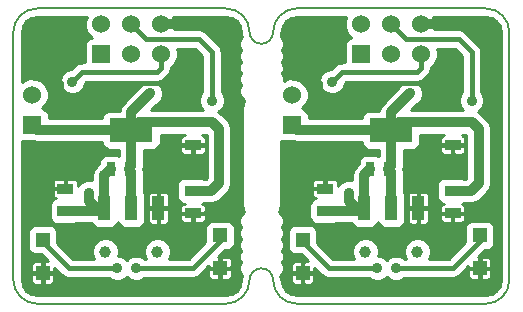
<source format=gbl>
G04 (created by PCBNEW (2012-nov-02)-testing) date Sun 20 Jan 2013 14:43:10 CET*
%MOIN*%
G04 Gerber Fmt 3.4, Leading zero omitted, Abs format*
%FSLAX34Y34*%
G01*
G70*
G90*
G04 APERTURE LIST*
%ADD10C,0.006*%
%ADD11C,0.00590551*%
%ADD12R,0.144X0.08*%
%ADD13R,0.04X0.08*%
%ADD14R,0.055X0.035*%
%ADD15R,0.06X0.06*%
%ADD16C,0.06*%
%ADD17C,0.0394*%
%ADD18R,0.0472441X0.0472441*%
%ADD19R,0.025X0.045*%
%ADD20C,0.035*%
%ADD21C,0.032*%
%ADD22C,0.015*%
%ADD23C,0.01*%
G04 APERTURE END LIST*
G54D10*
G54D11*
X48031Y-48425D02*
G75*
G03X47637Y-48031I-393J0D01*
G74*
G01*
X47637Y-48031D02*
G75*
G03X47244Y-48425I0J-393D01*
G74*
G01*
X47244Y-40157D02*
G75*
G03X47637Y-40551I393J0D01*
G74*
G01*
X47637Y-40551D02*
G75*
G03X48031Y-40157I0J393D01*
G74*
G01*
X39370Y-48425D02*
G75*
G03X40157Y-49212I787J0D01*
G74*
G01*
X46456Y-39370D02*
X40157Y-39370D01*
X40157Y-49212D02*
X46456Y-49212D01*
X39370Y-40157D02*
X39370Y-48425D01*
X46456Y-49212D02*
G75*
G03X47244Y-48425I0J787D01*
G74*
G01*
X47244Y-40157D02*
G75*
G03X46456Y-39370I-787J0D01*
G74*
G01*
X40157Y-39370D02*
G75*
G03X39370Y-40157I0J-787D01*
G74*
G01*
X48031Y-48425D02*
G75*
G03X48818Y-49212I787J0D01*
G74*
G01*
X55118Y-39370D02*
X48818Y-39370D01*
X55905Y-48425D02*
X55905Y-40157D01*
X48818Y-49212D02*
X55118Y-49212D01*
X55118Y-49212D02*
G75*
G03X55905Y-48425I0J787D01*
G74*
G01*
X55905Y-40157D02*
G75*
G03X55118Y-39370I-787J0D01*
G74*
G01*
X48818Y-39370D02*
G75*
G03X48031Y-40157I0J-787D01*
G74*
G01*
G54D12*
X43307Y-43424D03*
G54D13*
X43307Y-46024D03*
X42407Y-46024D03*
X44207Y-46024D03*
G54D14*
X41102Y-46123D03*
X41102Y-45373D03*
X45354Y-45451D03*
X45354Y-46201D03*
X45354Y-43168D03*
X45354Y-43918D03*
G54D15*
X42307Y-40893D03*
G54D16*
X42307Y-39893D03*
X43307Y-40893D03*
X43307Y-39893D03*
X44307Y-40893D03*
X44307Y-39893D03*
G54D15*
X40000Y-43255D03*
G54D16*
X40000Y-42255D03*
G54D17*
X44173Y-47480D03*
X42441Y-47480D03*
G54D18*
X40354Y-48188D03*
X40354Y-47086D03*
X46259Y-48031D03*
X46259Y-46929D03*
G54D19*
X42613Y-44724D03*
X43213Y-44724D03*
G54D12*
X51968Y-43424D03*
G54D13*
X51968Y-46024D03*
X51068Y-46024D03*
X52868Y-46024D03*
G54D14*
X49763Y-46123D03*
X49763Y-45373D03*
X54015Y-45451D03*
X54015Y-46201D03*
X54015Y-43168D03*
X54015Y-43918D03*
G54D15*
X50968Y-40893D03*
G54D16*
X50968Y-39893D03*
X51968Y-40893D03*
X51968Y-39893D03*
X52968Y-40893D03*
X52968Y-39893D03*
G54D15*
X48661Y-43255D03*
G54D16*
X48661Y-42255D03*
G54D17*
X52834Y-47480D03*
X51102Y-47480D03*
G54D18*
X49015Y-48188D03*
X49015Y-47086D03*
X54921Y-48031D03*
X54921Y-46929D03*
G54D19*
X51274Y-44724D03*
X51874Y-44724D03*
G54D20*
X41889Y-45511D03*
X50551Y-45511D03*
X45984Y-42440D03*
X54645Y-42440D03*
X41338Y-41811D03*
X50000Y-41811D03*
X45000Y-41653D03*
X39842Y-41259D03*
X41692Y-44251D03*
X40275Y-46220D03*
X46141Y-46259D03*
X40787Y-48622D03*
X45984Y-48622D03*
X53661Y-41653D03*
X48503Y-41259D03*
X50354Y-44251D03*
X48937Y-46220D03*
X54803Y-46259D03*
X49448Y-48622D03*
X54645Y-48622D03*
X42834Y-48031D03*
X51496Y-48031D03*
X43464Y-48031D03*
X52125Y-48031D03*
X43937Y-42204D03*
X52598Y-42204D03*
G54D21*
X41889Y-45511D02*
X41889Y-45787D01*
X42225Y-46123D02*
X42407Y-46024D01*
X41889Y-45787D02*
X42225Y-46123D01*
X41102Y-46123D02*
X42308Y-46123D01*
X42308Y-46123D02*
X42407Y-46024D01*
X42407Y-46024D02*
X42407Y-44930D01*
X42407Y-44930D02*
X42613Y-44724D01*
X50551Y-45511D02*
X50551Y-45787D01*
X50886Y-46123D02*
X51068Y-46024D01*
X50551Y-45787D02*
X50886Y-46123D01*
X49763Y-46123D02*
X50969Y-46123D01*
X50969Y-46123D02*
X51068Y-46024D01*
X51068Y-46024D02*
X51068Y-44930D01*
X51068Y-44930D02*
X51274Y-44724D01*
G54D22*
X43807Y-40393D02*
X43307Y-39893D01*
X45551Y-40393D02*
X43807Y-40393D01*
X45984Y-40826D02*
X45551Y-40393D01*
X45984Y-42440D02*
X45984Y-40826D01*
X52468Y-40393D02*
X51968Y-39893D01*
X54212Y-40393D02*
X52468Y-40393D01*
X54645Y-40826D02*
X54212Y-40393D01*
X54645Y-42440D02*
X54645Y-40826D01*
X44307Y-41362D02*
X44307Y-40893D01*
X44173Y-41496D02*
X44307Y-41362D01*
X41653Y-41496D02*
X44173Y-41496D01*
X41338Y-41811D02*
X41653Y-41496D01*
X52968Y-41362D02*
X52968Y-40893D01*
X52834Y-41496D02*
X52968Y-41362D01*
X50314Y-41496D02*
X52834Y-41496D01*
X50000Y-41811D02*
X50314Y-41496D01*
X44803Y-41850D02*
X45000Y-41653D01*
X43307Y-41850D02*
X44803Y-41850D01*
X42874Y-42283D02*
X43307Y-41850D01*
X41062Y-42283D02*
X42874Y-42283D01*
X40944Y-42165D02*
X41062Y-42283D01*
X40944Y-41850D02*
X40944Y-42165D01*
X40511Y-41417D02*
X40944Y-41850D01*
X40000Y-41417D02*
X40511Y-41417D01*
X39842Y-41259D02*
X40000Y-41417D01*
G54D21*
X44307Y-39893D02*
X44909Y-39893D01*
X44909Y-39893D02*
X44921Y-39881D01*
G54D22*
X53464Y-41850D02*
X53661Y-41653D01*
X51968Y-41850D02*
X53464Y-41850D01*
X51535Y-42283D02*
X51968Y-41850D01*
X49724Y-42283D02*
X51535Y-42283D01*
X49606Y-42165D02*
X49724Y-42283D01*
X49606Y-41850D02*
X49606Y-42165D01*
X49173Y-41417D02*
X49606Y-41850D01*
X48661Y-41417D02*
X49173Y-41417D01*
X48503Y-41259D02*
X48661Y-41417D01*
G54D21*
X52968Y-39893D02*
X53570Y-39893D01*
X53570Y-39893D02*
X53582Y-39881D01*
G54D22*
X40354Y-47086D02*
X40354Y-47165D01*
X41220Y-48031D02*
X42834Y-48031D01*
X40354Y-47165D02*
X41220Y-48031D01*
X49015Y-47086D02*
X49015Y-47165D01*
X49881Y-48031D02*
X51496Y-48031D01*
X49015Y-47165D02*
X49881Y-48031D01*
X46259Y-46929D02*
X46259Y-47125D01*
X45354Y-48031D02*
X43464Y-48031D01*
X46259Y-47125D02*
X45354Y-48031D01*
X54921Y-46929D02*
X54921Y-47125D01*
X54015Y-48031D02*
X52125Y-48031D01*
X54921Y-47125D02*
X54015Y-48031D01*
G54D21*
X43307Y-42834D02*
X43937Y-42204D01*
X43307Y-42834D02*
X43307Y-43424D01*
X45354Y-43168D02*
X46002Y-43168D01*
X45965Y-45451D02*
X45354Y-45451D01*
X46220Y-45196D02*
X45965Y-45451D01*
X46220Y-43385D02*
X46220Y-45196D01*
X46002Y-43168D02*
X46220Y-43385D01*
X45354Y-43168D02*
X43563Y-43168D01*
X43563Y-43168D02*
X43307Y-43424D01*
X43307Y-43424D02*
X40168Y-43424D01*
X40168Y-43424D02*
X40000Y-43255D01*
X43307Y-43424D02*
X43307Y-44630D01*
X43307Y-44630D02*
X43213Y-44724D01*
X43307Y-46024D02*
X43307Y-44818D01*
X43307Y-44818D02*
X43213Y-44724D01*
X51968Y-42834D02*
X52598Y-42204D01*
X51968Y-42834D02*
X51968Y-43424D01*
X54015Y-43168D02*
X54664Y-43168D01*
X54626Y-45451D02*
X54015Y-45451D01*
X54881Y-45196D02*
X54626Y-45451D01*
X54881Y-43385D02*
X54881Y-45196D01*
X54664Y-43168D02*
X54881Y-43385D01*
X54015Y-43168D02*
X52224Y-43168D01*
X52224Y-43168D02*
X51968Y-43424D01*
X51968Y-43424D02*
X48829Y-43424D01*
X48829Y-43424D02*
X48661Y-43255D01*
X51968Y-43424D02*
X51968Y-44630D01*
X51968Y-44630D02*
X51874Y-44724D01*
X51968Y-46024D02*
X51968Y-44818D01*
X51968Y-44818D02*
X51874Y-44724D01*
G54D10*
G36*
X43752Y-41821D02*
X43696Y-41844D01*
X43576Y-41963D01*
X43561Y-42000D01*
X43017Y-42544D01*
X42928Y-42677D01*
X42909Y-42774D01*
X42537Y-42774D01*
X42445Y-42812D01*
X42375Y-42882D01*
X42337Y-42974D01*
X42337Y-43014D01*
X40550Y-43014D01*
X40550Y-42906D01*
X40512Y-42814D01*
X40441Y-42744D01*
X40349Y-42705D01*
X40327Y-42705D01*
X40465Y-42567D01*
X40549Y-42365D01*
X40550Y-42146D01*
X40466Y-41944D01*
X40311Y-41789D01*
X40109Y-41706D01*
X39891Y-41705D01*
X39688Y-41789D01*
X39649Y-41828D01*
X39649Y-40185D01*
X39693Y-39964D01*
X39801Y-39802D01*
X39965Y-39693D01*
X40183Y-39649D01*
X41812Y-39649D01*
X41757Y-39783D01*
X41756Y-40002D01*
X41840Y-40204D01*
X41979Y-40343D01*
X41957Y-40343D01*
X41865Y-40381D01*
X41795Y-40451D01*
X41757Y-40543D01*
X41757Y-40643D01*
X41757Y-41171D01*
X41653Y-41171D01*
X41653Y-41171D01*
X41628Y-41175D01*
X41529Y-41195D01*
X41423Y-41266D01*
X41423Y-41266D01*
X41303Y-41385D01*
X41254Y-41385D01*
X41098Y-41450D01*
X40978Y-41569D01*
X40913Y-41726D01*
X40913Y-41895D01*
X40978Y-42051D01*
X41097Y-42171D01*
X41253Y-42235D01*
X41422Y-42236D01*
X41579Y-42171D01*
X41698Y-42052D01*
X41763Y-41895D01*
X41763Y-41845D01*
X41788Y-41821D01*
X43752Y-41821D01*
X43752Y-41821D01*
G37*
G54D23*
X43752Y-41821D02*
X43696Y-41844D01*
X43576Y-41963D01*
X43561Y-42000D01*
X43017Y-42544D01*
X42928Y-42677D01*
X42909Y-42774D01*
X42537Y-42774D01*
X42445Y-42812D01*
X42375Y-42882D01*
X42337Y-42974D01*
X42337Y-43014D01*
X40550Y-43014D01*
X40550Y-42906D01*
X40512Y-42814D01*
X40441Y-42744D01*
X40349Y-42705D01*
X40327Y-42705D01*
X40465Y-42567D01*
X40549Y-42365D01*
X40550Y-42146D01*
X40466Y-41944D01*
X40311Y-41789D01*
X40109Y-41706D01*
X39891Y-41705D01*
X39688Y-41789D01*
X39649Y-41828D01*
X39649Y-40185D01*
X39693Y-39964D01*
X39801Y-39802D01*
X39965Y-39693D01*
X40183Y-39649D01*
X41812Y-39649D01*
X41757Y-39783D01*
X41756Y-40002D01*
X41840Y-40204D01*
X41979Y-40343D01*
X41957Y-40343D01*
X41865Y-40381D01*
X41795Y-40451D01*
X41757Y-40543D01*
X41757Y-40643D01*
X41757Y-41171D01*
X41653Y-41171D01*
X41653Y-41171D01*
X41628Y-41175D01*
X41529Y-41195D01*
X41423Y-41266D01*
X41423Y-41266D01*
X41303Y-41385D01*
X41254Y-41385D01*
X41098Y-41450D01*
X40978Y-41569D01*
X40913Y-41726D01*
X40913Y-41895D01*
X40978Y-42051D01*
X41097Y-42171D01*
X41253Y-42235D01*
X41422Y-42236D01*
X41579Y-42171D01*
X41698Y-42052D01*
X41763Y-41895D01*
X41763Y-41845D01*
X41788Y-41821D01*
X43752Y-41821D01*
G54D10*
G36*
X44342Y-39893D02*
X44307Y-39929D01*
X44271Y-39893D01*
X44307Y-39858D01*
X44342Y-39893D01*
X44342Y-39893D01*
G37*
G54D23*
X44342Y-39893D02*
X44307Y-39929D01*
X44271Y-39893D01*
X44307Y-39858D01*
X44342Y-39893D01*
G54D10*
G36*
X45690Y-42747D02*
X45679Y-42743D01*
X45579Y-42743D01*
X45029Y-42743D01*
X44993Y-42758D01*
X43963Y-42758D01*
X44141Y-42580D01*
X44177Y-42565D01*
X44297Y-42445D01*
X44361Y-42289D01*
X44362Y-42120D01*
X44297Y-41964D01*
X44178Y-41844D01*
X44121Y-41821D01*
X44173Y-41821D01*
X44297Y-41796D01*
X44297Y-41796D01*
X44403Y-41725D01*
X44536Y-41592D01*
X44536Y-41592D01*
X44536Y-41592D01*
X44607Y-41486D01*
X44607Y-41486D01*
X44632Y-41362D01*
X44632Y-41346D01*
X44773Y-41205D01*
X44856Y-41003D01*
X44857Y-40784D01*
X44829Y-40718D01*
X45416Y-40718D01*
X45659Y-40961D01*
X45659Y-42164D01*
X45624Y-42199D01*
X45559Y-42356D01*
X45559Y-42525D01*
X45623Y-42681D01*
X45690Y-42747D01*
X45690Y-42747D01*
G37*
G54D23*
X45690Y-42747D02*
X45679Y-42743D01*
X45579Y-42743D01*
X45029Y-42743D01*
X44993Y-42758D01*
X43963Y-42758D01*
X44141Y-42580D01*
X44177Y-42565D01*
X44297Y-42445D01*
X44361Y-42289D01*
X44362Y-42120D01*
X44297Y-41964D01*
X44178Y-41844D01*
X44121Y-41821D01*
X44173Y-41821D01*
X44297Y-41796D01*
X44297Y-41796D01*
X44403Y-41725D01*
X44536Y-41592D01*
X44536Y-41592D01*
X44536Y-41592D01*
X44607Y-41486D01*
X44607Y-41486D01*
X44632Y-41362D01*
X44632Y-41346D01*
X44773Y-41205D01*
X44856Y-41003D01*
X44857Y-40784D01*
X44829Y-40718D01*
X45416Y-40718D01*
X45659Y-40961D01*
X45659Y-42164D01*
X45624Y-42199D01*
X45559Y-42356D01*
X45559Y-42525D01*
X45623Y-42681D01*
X45690Y-42747D01*
G54D10*
G36*
X47046Y-46161D02*
X46948Y-46259D01*
X46895Y-46387D01*
X46895Y-46525D01*
X46948Y-46653D01*
X46895Y-46780D01*
X46895Y-46919D01*
X46948Y-47047D01*
X46895Y-47174D01*
X46895Y-47313D01*
X46948Y-47441D01*
X46895Y-47568D01*
X46895Y-47706D01*
X46948Y-47834D01*
X46895Y-47961D01*
X46895Y-48100D01*
X46948Y-48228D01*
X47005Y-48285D01*
X46970Y-48370D01*
X46921Y-48616D01*
X46811Y-48780D01*
X46746Y-48824D01*
X46746Y-47115D01*
X46746Y-46643D01*
X46708Y-46551D01*
X46637Y-46481D01*
X46546Y-46442D01*
X46446Y-46442D01*
X45974Y-46442D01*
X45882Y-46480D01*
X45811Y-46551D01*
X45779Y-46629D01*
X45779Y-46406D01*
X45779Y-46264D01*
X45741Y-46226D01*
X45379Y-46226D01*
X45379Y-46489D01*
X45416Y-46526D01*
X45599Y-46526D01*
X45659Y-46526D01*
X45714Y-46503D01*
X45756Y-46461D01*
X45779Y-46406D01*
X45779Y-46629D01*
X45773Y-46642D01*
X45773Y-46742D01*
X45773Y-47152D01*
X45329Y-47596D01*
X45329Y-46489D01*
X45329Y-46226D01*
X44966Y-46226D01*
X44929Y-46264D01*
X44929Y-46406D01*
X44952Y-46461D01*
X44994Y-46503D01*
X45049Y-46526D01*
X45109Y-46526D01*
X45291Y-46526D01*
X45329Y-46489D01*
X45329Y-47596D01*
X45219Y-47706D01*
X44563Y-47706D01*
X44620Y-47569D01*
X44620Y-47391D01*
X44557Y-47239D01*
X44557Y-46394D01*
X44557Y-45654D01*
X44557Y-45594D01*
X44534Y-45539D01*
X44491Y-45497D01*
X44436Y-45474D01*
X44269Y-45474D01*
X44232Y-45511D01*
X44232Y-45999D01*
X44519Y-45999D01*
X44557Y-45961D01*
X44557Y-45654D01*
X44557Y-46394D01*
X44557Y-46086D01*
X44519Y-46049D01*
X44232Y-46049D01*
X44232Y-46536D01*
X44269Y-46574D01*
X44436Y-46574D01*
X44491Y-46551D01*
X44534Y-46509D01*
X44557Y-46454D01*
X44557Y-46394D01*
X44557Y-47239D01*
X44552Y-47227D01*
X44426Y-47101D01*
X44262Y-47033D01*
X44182Y-47033D01*
X44182Y-46536D01*
X44182Y-46049D01*
X44182Y-45999D01*
X44182Y-45511D01*
X44144Y-45474D01*
X43977Y-45474D01*
X43922Y-45497D01*
X43879Y-45539D01*
X43857Y-45594D01*
X43857Y-45654D01*
X43857Y-45961D01*
X43894Y-45999D01*
X44182Y-45999D01*
X44182Y-46049D01*
X43894Y-46049D01*
X43857Y-46086D01*
X43857Y-46394D01*
X43857Y-46454D01*
X43879Y-46509D01*
X43922Y-46551D01*
X43977Y-46574D01*
X44144Y-46574D01*
X44182Y-46536D01*
X44182Y-47033D01*
X44084Y-47033D01*
X43920Y-47101D01*
X43794Y-47226D01*
X43726Y-47391D01*
X43726Y-47568D01*
X43782Y-47706D01*
X43740Y-47706D01*
X43705Y-47671D01*
X43549Y-47606D01*
X43380Y-47606D01*
X43224Y-47670D01*
X43149Y-47745D01*
X43075Y-47671D01*
X42919Y-47606D01*
X42872Y-47606D01*
X42888Y-47569D01*
X42888Y-47391D01*
X42820Y-47227D01*
X42694Y-47101D01*
X42530Y-47033D01*
X42352Y-47033D01*
X42188Y-47101D01*
X42062Y-47226D01*
X41994Y-47391D01*
X41994Y-47568D01*
X42050Y-47706D01*
X41355Y-47706D01*
X40840Y-47191D01*
X40840Y-46800D01*
X40802Y-46708D01*
X40732Y-46638D01*
X40640Y-46600D01*
X40541Y-46600D01*
X40068Y-46600D01*
X39976Y-46638D01*
X39906Y-46708D01*
X39868Y-46800D01*
X39868Y-46899D01*
X39868Y-47372D01*
X39906Y-47464D01*
X39976Y-47534D01*
X40068Y-47572D01*
X40167Y-47572D01*
X40302Y-47572D01*
X40532Y-47802D01*
X40416Y-47802D01*
X40379Y-47840D01*
X40379Y-48163D01*
X40703Y-48163D01*
X40740Y-48126D01*
X40740Y-48011D01*
X40990Y-48261D01*
X40990Y-48261D01*
X41096Y-48331D01*
X41096Y-48331D01*
X41195Y-48351D01*
X41220Y-48356D01*
X41220Y-48356D01*
X41220Y-48356D01*
X42558Y-48356D01*
X42593Y-48391D01*
X42749Y-48456D01*
X42918Y-48456D01*
X43075Y-48392D01*
X43149Y-48317D01*
X43223Y-48391D01*
X43379Y-48456D01*
X43548Y-48456D01*
X43704Y-48392D01*
X43740Y-48356D01*
X45354Y-48356D01*
X45478Y-48331D01*
X45478Y-48331D01*
X45584Y-48261D01*
X45875Y-47970D01*
X45911Y-48006D01*
X46234Y-48006D01*
X46234Y-47682D01*
X46198Y-47646D01*
X46430Y-47415D01*
X46545Y-47415D01*
X46637Y-47377D01*
X46707Y-47307D01*
X46746Y-47215D01*
X46746Y-47115D01*
X46746Y-48824D01*
X46649Y-48889D01*
X46646Y-48889D01*
X46646Y-48297D01*
X46646Y-47765D01*
X46623Y-47710D01*
X46581Y-47668D01*
X46526Y-47645D01*
X46466Y-47645D01*
X46322Y-47645D01*
X46284Y-47682D01*
X46284Y-48006D01*
X46608Y-48006D01*
X46646Y-47968D01*
X46646Y-47765D01*
X46646Y-48297D01*
X46646Y-48093D01*
X46608Y-48056D01*
X46284Y-48056D01*
X46284Y-48380D01*
X46322Y-48417D01*
X46466Y-48417D01*
X46526Y-48417D01*
X46581Y-48394D01*
X46623Y-48352D01*
X46646Y-48297D01*
X46646Y-48889D01*
X46429Y-48933D01*
X46234Y-48933D01*
X46234Y-48380D01*
X46234Y-48056D01*
X45911Y-48056D01*
X45873Y-48093D01*
X45873Y-48297D01*
X45896Y-48352D01*
X45938Y-48394D01*
X45993Y-48417D01*
X46053Y-48417D01*
X46197Y-48417D01*
X46234Y-48380D01*
X46234Y-48933D01*
X40740Y-48933D01*
X40740Y-48454D01*
X40740Y-48251D01*
X40703Y-48213D01*
X40379Y-48213D01*
X40379Y-48537D01*
X40416Y-48575D01*
X40560Y-48575D01*
X40620Y-48575D01*
X40675Y-48552D01*
X40717Y-48510D01*
X40740Y-48454D01*
X40740Y-48933D01*
X40329Y-48933D01*
X40329Y-48537D01*
X40329Y-48213D01*
X40329Y-48163D01*
X40329Y-47840D01*
X40291Y-47802D01*
X40147Y-47802D01*
X40088Y-47802D01*
X40033Y-47825D01*
X39990Y-47867D01*
X39968Y-47923D01*
X39968Y-48126D01*
X40005Y-48163D01*
X40329Y-48163D01*
X40329Y-48213D01*
X40005Y-48213D01*
X39968Y-48251D01*
X39968Y-48454D01*
X39990Y-48510D01*
X40033Y-48552D01*
X40088Y-48575D01*
X40147Y-48575D01*
X40291Y-48575D01*
X40329Y-48537D01*
X40329Y-48933D01*
X40183Y-48933D01*
X39965Y-48889D01*
X39801Y-48780D01*
X39693Y-48618D01*
X39649Y-48397D01*
X39649Y-43805D01*
X39650Y-43805D01*
X39749Y-43805D01*
X40025Y-43805D01*
X40025Y-43805D01*
X40168Y-43834D01*
X42337Y-43834D01*
X42337Y-43873D01*
X42375Y-43965D01*
X42445Y-44036D01*
X42537Y-44074D01*
X42636Y-44074D01*
X42897Y-44074D01*
X42897Y-44304D01*
X42880Y-44287D01*
X42788Y-44249D01*
X42688Y-44249D01*
X42438Y-44249D01*
X42346Y-44287D01*
X42276Y-44357D01*
X42238Y-44449D01*
X42238Y-44519D01*
X42117Y-44640D01*
X42028Y-44773D01*
X41997Y-44930D01*
X41997Y-45096D01*
X41974Y-45086D01*
X41805Y-45086D01*
X41649Y-45151D01*
X41529Y-45270D01*
X41527Y-45276D01*
X41527Y-45168D01*
X41504Y-45113D01*
X41462Y-45070D01*
X41407Y-45048D01*
X41347Y-45048D01*
X41164Y-45048D01*
X41127Y-45085D01*
X41127Y-45298D01*
X41127Y-45348D01*
X41127Y-45398D01*
X41077Y-45398D01*
X41077Y-45348D01*
X41077Y-45085D01*
X41039Y-45048D01*
X40857Y-45048D01*
X40797Y-45048D01*
X40742Y-45070D01*
X40700Y-45113D01*
X40677Y-45168D01*
X40677Y-45310D01*
X40714Y-45348D01*
X41077Y-45348D01*
X41077Y-45398D01*
X41027Y-45398D01*
X40714Y-45398D01*
X40677Y-45435D01*
X40677Y-45577D01*
X40700Y-45632D01*
X40742Y-45675D01*
X40797Y-45697D01*
X40777Y-45697D01*
X40685Y-45735D01*
X40615Y-45806D01*
X40577Y-45898D01*
X40577Y-45997D01*
X40577Y-46347D01*
X40615Y-46439D01*
X40685Y-46509D01*
X40777Y-46547D01*
X40876Y-46548D01*
X41426Y-46548D01*
X41463Y-46533D01*
X41981Y-46533D01*
X41995Y-46565D01*
X42065Y-46636D01*
X42157Y-46674D01*
X42256Y-46674D01*
X42656Y-46674D01*
X42748Y-46636D01*
X42818Y-46566D01*
X42857Y-46474D01*
X42857Y-46473D01*
X42857Y-46473D01*
X42895Y-46565D01*
X42965Y-46636D01*
X43057Y-46674D01*
X43156Y-46674D01*
X43556Y-46674D01*
X43648Y-46636D01*
X43718Y-46566D01*
X43757Y-46474D01*
X43757Y-46374D01*
X43757Y-45574D01*
X43719Y-45482D01*
X43717Y-45480D01*
X43717Y-44818D01*
X43717Y-44818D01*
X43698Y-44724D01*
X43698Y-44724D01*
X43717Y-44630D01*
X43717Y-44630D01*
X43717Y-44074D01*
X44076Y-44074D01*
X44168Y-44036D01*
X44238Y-43966D01*
X44277Y-43874D01*
X44277Y-43774D01*
X44277Y-43578D01*
X44993Y-43578D01*
X45029Y-43593D01*
X45079Y-43593D01*
X45049Y-43593D01*
X44994Y-43616D01*
X44952Y-43658D01*
X44929Y-43713D01*
X44929Y-43855D01*
X44966Y-43893D01*
X45279Y-43893D01*
X45329Y-43893D01*
X45379Y-43893D01*
X45429Y-43893D01*
X45741Y-43893D01*
X45779Y-43855D01*
X45779Y-43713D01*
X45756Y-43658D01*
X45714Y-43616D01*
X45659Y-43593D01*
X45678Y-43593D01*
X45715Y-43578D01*
X45810Y-43578D01*
X45810Y-45027D01*
X45795Y-45041D01*
X45779Y-45041D01*
X45779Y-44123D01*
X45779Y-43980D01*
X45741Y-43943D01*
X45379Y-43943D01*
X45379Y-44205D01*
X45416Y-44243D01*
X45599Y-44243D01*
X45659Y-44243D01*
X45714Y-44220D01*
X45756Y-44178D01*
X45779Y-44123D01*
X45779Y-45041D01*
X45715Y-45041D01*
X45679Y-45026D01*
X45579Y-45026D01*
X45329Y-45026D01*
X45329Y-44205D01*
X45329Y-43943D01*
X44966Y-43943D01*
X44929Y-43980D01*
X44929Y-44123D01*
X44952Y-44178D01*
X44994Y-44220D01*
X45049Y-44243D01*
X45109Y-44243D01*
X45291Y-44243D01*
X45329Y-44205D01*
X45329Y-45026D01*
X45029Y-45026D01*
X44937Y-45064D01*
X44867Y-45134D01*
X44829Y-45226D01*
X44829Y-45326D01*
X44829Y-45676D01*
X44867Y-45768D01*
X44937Y-45838D01*
X45029Y-45876D01*
X45079Y-45876D01*
X45049Y-45876D01*
X44994Y-45899D01*
X44952Y-45941D01*
X44929Y-45997D01*
X44929Y-46139D01*
X44966Y-46176D01*
X45279Y-46176D01*
X45329Y-46176D01*
X45379Y-46176D01*
X45429Y-46176D01*
X45741Y-46176D01*
X45779Y-46139D01*
X45779Y-45997D01*
X45756Y-45941D01*
X45714Y-45899D01*
X45659Y-45876D01*
X45678Y-45876D01*
X45715Y-45861D01*
X45965Y-45861D01*
X46122Y-45830D01*
X46122Y-45830D01*
X46255Y-45741D01*
X46510Y-45486D01*
X46599Y-45353D01*
X46599Y-45353D01*
X46630Y-45196D01*
X46630Y-43385D01*
X46630Y-43385D01*
X46599Y-43228D01*
X46510Y-43095D01*
X46510Y-43095D01*
X46292Y-42878D01*
X46195Y-42813D01*
X46224Y-42801D01*
X46344Y-42682D01*
X46409Y-42525D01*
X46409Y-42356D01*
X46344Y-42200D01*
X46309Y-42164D01*
X46309Y-40826D01*
X46309Y-40826D01*
X46309Y-40826D01*
X46304Y-40802D01*
X46284Y-40702D01*
X46284Y-40702D01*
X46214Y-40596D01*
X46214Y-40596D01*
X45780Y-40163D01*
X45675Y-40093D01*
X45551Y-40068D01*
X44721Y-40068D01*
X44758Y-39976D01*
X44755Y-39797D01*
X44694Y-39649D01*
X46429Y-39649D01*
X46649Y-39693D01*
X46811Y-39801D01*
X46921Y-39965D01*
X46969Y-40210D01*
X46969Y-40211D01*
X46989Y-40312D01*
X46948Y-40353D01*
X46895Y-40481D01*
X46895Y-40620D01*
X46948Y-40748D01*
X46895Y-40875D01*
X46895Y-41013D01*
X46948Y-41141D01*
X46895Y-41268D01*
X46895Y-41407D01*
X46948Y-41535D01*
X46895Y-41662D01*
X46895Y-41801D01*
X46948Y-41929D01*
X46895Y-42056D01*
X46895Y-42194D01*
X46948Y-42323D01*
X47046Y-42421D01*
X47046Y-42421D01*
X47043Y-42426D01*
X46994Y-42673D01*
X46994Y-45909D01*
X47043Y-46155D01*
X47046Y-46161D01*
X47046Y-46161D01*
G37*
G54D23*
X47046Y-46161D02*
X46948Y-46259D01*
X46895Y-46387D01*
X46895Y-46525D01*
X46948Y-46653D01*
X46895Y-46780D01*
X46895Y-46919D01*
X46948Y-47047D01*
X46895Y-47174D01*
X46895Y-47313D01*
X46948Y-47441D01*
X46895Y-47568D01*
X46895Y-47706D01*
X46948Y-47834D01*
X46895Y-47961D01*
X46895Y-48100D01*
X46948Y-48228D01*
X47005Y-48285D01*
X46970Y-48370D01*
X46921Y-48616D01*
X46811Y-48780D01*
X46746Y-48824D01*
X46746Y-47115D01*
X46746Y-46643D01*
X46708Y-46551D01*
X46637Y-46481D01*
X46546Y-46442D01*
X46446Y-46442D01*
X45974Y-46442D01*
X45882Y-46480D01*
X45811Y-46551D01*
X45779Y-46629D01*
X45779Y-46406D01*
X45779Y-46264D01*
X45741Y-46226D01*
X45379Y-46226D01*
X45379Y-46489D01*
X45416Y-46526D01*
X45599Y-46526D01*
X45659Y-46526D01*
X45714Y-46503D01*
X45756Y-46461D01*
X45779Y-46406D01*
X45779Y-46629D01*
X45773Y-46642D01*
X45773Y-46742D01*
X45773Y-47152D01*
X45329Y-47596D01*
X45329Y-46489D01*
X45329Y-46226D01*
X44966Y-46226D01*
X44929Y-46264D01*
X44929Y-46406D01*
X44952Y-46461D01*
X44994Y-46503D01*
X45049Y-46526D01*
X45109Y-46526D01*
X45291Y-46526D01*
X45329Y-46489D01*
X45329Y-47596D01*
X45219Y-47706D01*
X44563Y-47706D01*
X44620Y-47569D01*
X44620Y-47391D01*
X44557Y-47239D01*
X44557Y-46394D01*
X44557Y-45654D01*
X44557Y-45594D01*
X44534Y-45539D01*
X44491Y-45497D01*
X44436Y-45474D01*
X44269Y-45474D01*
X44232Y-45511D01*
X44232Y-45999D01*
X44519Y-45999D01*
X44557Y-45961D01*
X44557Y-45654D01*
X44557Y-46394D01*
X44557Y-46086D01*
X44519Y-46049D01*
X44232Y-46049D01*
X44232Y-46536D01*
X44269Y-46574D01*
X44436Y-46574D01*
X44491Y-46551D01*
X44534Y-46509D01*
X44557Y-46454D01*
X44557Y-46394D01*
X44557Y-47239D01*
X44552Y-47227D01*
X44426Y-47101D01*
X44262Y-47033D01*
X44182Y-47033D01*
X44182Y-46536D01*
X44182Y-46049D01*
X44182Y-45999D01*
X44182Y-45511D01*
X44144Y-45474D01*
X43977Y-45474D01*
X43922Y-45497D01*
X43879Y-45539D01*
X43857Y-45594D01*
X43857Y-45654D01*
X43857Y-45961D01*
X43894Y-45999D01*
X44182Y-45999D01*
X44182Y-46049D01*
X43894Y-46049D01*
X43857Y-46086D01*
X43857Y-46394D01*
X43857Y-46454D01*
X43879Y-46509D01*
X43922Y-46551D01*
X43977Y-46574D01*
X44144Y-46574D01*
X44182Y-46536D01*
X44182Y-47033D01*
X44084Y-47033D01*
X43920Y-47101D01*
X43794Y-47226D01*
X43726Y-47391D01*
X43726Y-47568D01*
X43782Y-47706D01*
X43740Y-47706D01*
X43705Y-47671D01*
X43549Y-47606D01*
X43380Y-47606D01*
X43224Y-47670D01*
X43149Y-47745D01*
X43075Y-47671D01*
X42919Y-47606D01*
X42872Y-47606D01*
X42888Y-47569D01*
X42888Y-47391D01*
X42820Y-47227D01*
X42694Y-47101D01*
X42530Y-47033D01*
X42352Y-47033D01*
X42188Y-47101D01*
X42062Y-47226D01*
X41994Y-47391D01*
X41994Y-47568D01*
X42050Y-47706D01*
X41355Y-47706D01*
X40840Y-47191D01*
X40840Y-46800D01*
X40802Y-46708D01*
X40732Y-46638D01*
X40640Y-46600D01*
X40541Y-46600D01*
X40068Y-46600D01*
X39976Y-46638D01*
X39906Y-46708D01*
X39868Y-46800D01*
X39868Y-46899D01*
X39868Y-47372D01*
X39906Y-47464D01*
X39976Y-47534D01*
X40068Y-47572D01*
X40167Y-47572D01*
X40302Y-47572D01*
X40532Y-47802D01*
X40416Y-47802D01*
X40379Y-47840D01*
X40379Y-48163D01*
X40703Y-48163D01*
X40740Y-48126D01*
X40740Y-48011D01*
X40990Y-48261D01*
X40990Y-48261D01*
X41096Y-48331D01*
X41096Y-48331D01*
X41195Y-48351D01*
X41220Y-48356D01*
X41220Y-48356D01*
X41220Y-48356D01*
X42558Y-48356D01*
X42593Y-48391D01*
X42749Y-48456D01*
X42918Y-48456D01*
X43075Y-48392D01*
X43149Y-48317D01*
X43223Y-48391D01*
X43379Y-48456D01*
X43548Y-48456D01*
X43704Y-48392D01*
X43740Y-48356D01*
X45354Y-48356D01*
X45478Y-48331D01*
X45478Y-48331D01*
X45584Y-48261D01*
X45875Y-47970D01*
X45911Y-48006D01*
X46234Y-48006D01*
X46234Y-47682D01*
X46198Y-47646D01*
X46430Y-47415D01*
X46545Y-47415D01*
X46637Y-47377D01*
X46707Y-47307D01*
X46746Y-47215D01*
X46746Y-47115D01*
X46746Y-48824D01*
X46649Y-48889D01*
X46646Y-48889D01*
X46646Y-48297D01*
X46646Y-47765D01*
X46623Y-47710D01*
X46581Y-47668D01*
X46526Y-47645D01*
X46466Y-47645D01*
X46322Y-47645D01*
X46284Y-47682D01*
X46284Y-48006D01*
X46608Y-48006D01*
X46646Y-47968D01*
X46646Y-47765D01*
X46646Y-48297D01*
X46646Y-48093D01*
X46608Y-48056D01*
X46284Y-48056D01*
X46284Y-48380D01*
X46322Y-48417D01*
X46466Y-48417D01*
X46526Y-48417D01*
X46581Y-48394D01*
X46623Y-48352D01*
X46646Y-48297D01*
X46646Y-48889D01*
X46429Y-48933D01*
X46234Y-48933D01*
X46234Y-48380D01*
X46234Y-48056D01*
X45911Y-48056D01*
X45873Y-48093D01*
X45873Y-48297D01*
X45896Y-48352D01*
X45938Y-48394D01*
X45993Y-48417D01*
X46053Y-48417D01*
X46197Y-48417D01*
X46234Y-48380D01*
X46234Y-48933D01*
X40740Y-48933D01*
X40740Y-48454D01*
X40740Y-48251D01*
X40703Y-48213D01*
X40379Y-48213D01*
X40379Y-48537D01*
X40416Y-48575D01*
X40560Y-48575D01*
X40620Y-48575D01*
X40675Y-48552D01*
X40717Y-48510D01*
X40740Y-48454D01*
X40740Y-48933D01*
X40329Y-48933D01*
X40329Y-48537D01*
X40329Y-48213D01*
X40329Y-48163D01*
X40329Y-47840D01*
X40291Y-47802D01*
X40147Y-47802D01*
X40088Y-47802D01*
X40033Y-47825D01*
X39990Y-47867D01*
X39968Y-47923D01*
X39968Y-48126D01*
X40005Y-48163D01*
X40329Y-48163D01*
X40329Y-48213D01*
X40005Y-48213D01*
X39968Y-48251D01*
X39968Y-48454D01*
X39990Y-48510D01*
X40033Y-48552D01*
X40088Y-48575D01*
X40147Y-48575D01*
X40291Y-48575D01*
X40329Y-48537D01*
X40329Y-48933D01*
X40183Y-48933D01*
X39965Y-48889D01*
X39801Y-48780D01*
X39693Y-48618D01*
X39649Y-48397D01*
X39649Y-43805D01*
X39650Y-43805D01*
X39749Y-43805D01*
X40025Y-43805D01*
X40025Y-43805D01*
X40168Y-43834D01*
X42337Y-43834D01*
X42337Y-43873D01*
X42375Y-43965D01*
X42445Y-44036D01*
X42537Y-44074D01*
X42636Y-44074D01*
X42897Y-44074D01*
X42897Y-44304D01*
X42880Y-44287D01*
X42788Y-44249D01*
X42688Y-44249D01*
X42438Y-44249D01*
X42346Y-44287D01*
X42276Y-44357D01*
X42238Y-44449D01*
X42238Y-44519D01*
X42117Y-44640D01*
X42028Y-44773D01*
X41997Y-44930D01*
X41997Y-45096D01*
X41974Y-45086D01*
X41805Y-45086D01*
X41649Y-45151D01*
X41529Y-45270D01*
X41527Y-45276D01*
X41527Y-45168D01*
X41504Y-45113D01*
X41462Y-45070D01*
X41407Y-45048D01*
X41347Y-45048D01*
X41164Y-45048D01*
X41127Y-45085D01*
X41127Y-45298D01*
X41127Y-45348D01*
X41127Y-45398D01*
X41077Y-45398D01*
X41077Y-45348D01*
X41077Y-45085D01*
X41039Y-45048D01*
X40857Y-45048D01*
X40797Y-45048D01*
X40742Y-45070D01*
X40700Y-45113D01*
X40677Y-45168D01*
X40677Y-45310D01*
X40714Y-45348D01*
X41077Y-45348D01*
X41077Y-45398D01*
X41027Y-45398D01*
X40714Y-45398D01*
X40677Y-45435D01*
X40677Y-45577D01*
X40700Y-45632D01*
X40742Y-45675D01*
X40797Y-45697D01*
X40777Y-45697D01*
X40685Y-45735D01*
X40615Y-45806D01*
X40577Y-45898D01*
X40577Y-45997D01*
X40577Y-46347D01*
X40615Y-46439D01*
X40685Y-46509D01*
X40777Y-46547D01*
X40876Y-46548D01*
X41426Y-46548D01*
X41463Y-46533D01*
X41981Y-46533D01*
X41995Y-46565D01*
X42065Y-46636D01*
X42157Y-46674D01*
X42256Y-46674D01*
X42656Y-46674D01*
X42748Y-46636D01*
X42818Y-46566D01*
X42857Y-46474D01*
X42857Y-46473D01*
X42857Y-46473D01*
X42895Y-46565D01*
X42965Y-46636D01*
X43057Y-46674D01*
X43156Y-46674D01*
X43556Y-46674D01*
X43648Y-46636D01*
X43718Y-46566D01*
X43757Y-46474D01*
X43757Y-46374D01*
X43757Y-45574D01*
X43719Y-45482D01*
X43717Y-45480D01*
X43717Y-44818D01*
X43717Y-44818D01*
X43698Y-44724D01*
X43698Y-44724D01*
X43717Y-44630D01*
X43717Y-44630D01*
X43717Y-44074D01*
X44076Y-44074D01*
X44168Y-44036D01*
X44238Y-43966D01*
X44277Y-43874D01*
X44277Y-43774D01*
X44277Y-43578D01*
X44993Y-43578D01*
X45029Y-43593D01*
X45079Y-43593D01*
X45049Y-43593D01*
X44994Y-43616D01*
X44952Y-43658D01*
X44929Y-43713D01*
X44929Y-43855D01*
X44966Y-43893D01*
X45279Y-43893D01*
X45329Y-43893D01*
X45379Y-43893D01*
X45429Y-43893D01*
X45741Y-43893D01*
X45779Y-43855D01*
X45779Y-43713D01*
X45756Y-43658D01*
X45714Y-43616D01*
X45659Y-43593D01*
X45678Y-43593D01*
X45715Y-43578D01*
X45810Y-43578D01*
X45810Y-45027D01*
X45795Y-45041D01*
X45779Y-45041D01*
X45779Y-44123D01*
X45779Y-43980D01*
X45741Y-43943D01*
X45379Y-43943D01*
X45379Y-44205D01*
X45416Y-44243D01*
X45599Y-44243D01*
X45659Y-44243D01*
X45714Y-44220D01*
X45756Y-44178D01*
X45779Y-44123D01*
X45779Y-45041D01*
X45715Y-45041D01*
X45679Y-45026D01*
X45579Y-45026D01*
X45329Y-45026D01*
X45329Y-44205D01*
X45329Y-43943D01*
X44966Y-43943D01*
X44929Y-43980D01*
X44929Y-44123D01*
X44952Y-44178D01*
X44994Y-44220D01*
X45049Y-44243D01*
X45109Y-44243D01*
X45291Y-44243D01*
X45329Y-44205D01*
X45329Y-45026D01*
X45029Y-45026D01*
X44937Y-45064D01*
X44867Y-45134D01*
X44829Y-45226D01*
X44829Y-45326D01*
X44829Y-45676D01*
X44867Y-45768D01*
X44937Y-45838D01*
X45029Y-45876D01*
X45079Y-45876D01*
X45049Y-45876D01*
X44994Y-45899D01*
X44952Y-45941D01*
X44929Y-45997D01*
X44929Y-46139D01*
X44966Y-46176D01*
X45279Y-46176D01*
X45329Y-46176D01*
X45379Y-46176D01*
X45429Y-46176D01*
X45741Y-46176D01*
X45779Y-46139D01*
X45779Y-45997D01*
X45756Y-45941D01*
X45714Y-45899D01*
X45659Y-45876D01*
X45678Y-45876D01*
X45715Y-45861D01*
X45965Y-45861D01*
X46122Y-45830D01*
X46122Y-45830D01*
X46255Y-45741D01*
X46510Y-45486D01*
X46599Y-45353D01*
X46599Y-45353D01*
X46630Y-45196D01*
X46630Y-43385D01*
X46630Y-43385D01*
X46599Y-43228D01*
X46510Y-43095D01*
X46510Y-43095D01*
X46292Y-42878D01*
X46195Y-42813D01*
X46224Y-42801D01*
X46344Y-42682D01*
X46409Y-42525D01*
X46409Y-42356D01*
X46344Y-42200D01*
X46309Y-42164D01*
X46309Y-40826D01*
X46309Y-40826D01*
X46309Y-40826D01*
X46304Y-40802D01*
X46284Y-40702D01*
X46284Y-40702D01*
X46214Y-40596D01*
X46214Y-40596D01*
X45780Y-40163D01*
X45675Y-40093D01*
X45551Y-40068D01*
X44721Y-40068D01*
X44758Y-39976D01*
X44755Y-39797D01*
X44694Y-39649D01*
X46429Y-39649D01*
X46649Y-39693D01*
X46811Y-39801D01*
X46921Y-39965D01*
X46969Y-40210D01*
X46969Y-40211D01*
X46989Y-40312D01*
X46948Y-40353D01*
X46895Y-40481D01*
X46895Y-40620D01*
X46948Y-40748D01*
X46895Y-40875D01*
X46895Y-41013D01*
X46948Y-41141D01*
X46895Y-41268D01*
X46895Y-41407D01*
X46948Y-41535D01*
X46895Y-41662D01*
X46895Y-41801D01*
X46948Y-41929D01*
X46895Y-42056D01*
X46895Y-42194D01*
X46948Y-42323D01*
X47046Y-42421D01*
X47046Y-42421D01*
X47043Y-42426D01*
X46994Y-42673D01*
X46994Y-45909D01*
X47043Y-46155D01*
X47046Y-46161D01*
G54D10*
G36*
X52414Y-41821D02*
X52357Y-41844D01*
X52238Y-41963D01*
X52223Y-42000D01*
X51678Y-42544D01*
X51589Y-42677D01*
X51570Y-42774D01*
X51198Y-42774D01*
X51107Y-42812D01*
X51036Y-42882D01*
X50998Y-42974D01*
X50998Y-43014D01*
X49211Y-43014D01*
X49211Y-42906D01*
X49173Y-42814D01*
X49103Y-42744D01*
X49011Y-42705D01*
X48989Y-42705D01*
X49127Y-42567D01*
X49211Y-42365D01*
X49211Y-42146D01*
X49127Y-41944D01*
X48973Y-41789D01*
X48771Y-41706D01*
X48552Y-41705D01*
X48379Y-41777D01*
X48379Y-41663D01*
X48327Y-41535D01*
X48379Y-41408D01*
X48379Y-41269D01*
X48327Y-41141D01*
X48379Y-41014D01*
X48379Y-40875D01*
X48327Y-40747D01*
X48379Y-40620D01*
X48379Y-40482D01*
X48327Y-40354D01*
X48285Y-40312D01*
X48305Y-40212D01*
X48305Y-40212D01*
X48355Y-39964D01*
X48463Y-39802D01*
X48627Y-39693D01*
X48845Y-39649D01*
X50474Y-39649D01*
X50418Y-39783D01*
X50418Y-40002D01*
X50501Y-40204D01*
X50640Y-40343D01*
X50618Y-40343D01*
X50527Y-40381D01*
X50456Y-40451D01*
X50418Y-40543D01*
X50418Y-40643D01*
X50418Y-41171D01*
X50314Y-41171D01*
X50314Y-41171D01*
X50290Y-41175D01*
X50190Y-41195D01*
X50085Y-41266D01*
X50085Y-41266D01*
X49965Y-41385D01*
X49915Y-41385D01*
X49759Y-41450D01*
X49639Y-41569D01*
X49575Y-41726D01*
X49574Y-41895D01*
X49639Y-42051D01*
X49758Y-42171D01*
X49915Y-42235D01*
X50084Y-42236D01*
X50240Y-42171D01*
X50360Y-42052D01*
X50424Y-41895D01*
X50424Y-41845D01*
X50449Y-41821D01*
X52414Y-41821D01*
X52414Y-41821D01*
G37*
G54D23*
X52414Y-41821D02*
X52357Y-41844D01*
X52238Y-41963D01*
X52223Y-42000D01*
X51678Y-42544D01*
X51589Y-42677D01*
X51570Y-42774D01*
X51198Y-42774D01*
X51107Y-42812D01*
X51036Y-42882D01*
X50998Y-42974D01*
X50998Y-43014D01*
X49211Y-43014D01*
X49211Y-42906D01*
X49173Y-42814D01*
X49103Y-42744D01*
X49011Y-42705D01*
X48989Y-42705D01*
X49127Y-42567D01*
X49211Y-42365D01*
X49211Y-42146D01*
X49127Y-41944D01*
X48973Y-41789D01*
X48771Y-41706D01*
X48552Y-41705D01*
X48379Y-41777D01*
X48379Y-41663D01*
X48327Y-41535D01*
X48379Y-41408D01*
X48379Y-41269D01*
X48327Y-41141D01*
X48379Y-41014D01*
X48379Y-40875D01*
X48327Y-40747D01*
X48379Y-40620D01*
X48379Y-40482D01*
X48327Y-40354D01*
X48285Y-40312D01*
X48305Y-40212D01*
X48305Y-40212D01*
X48355Y-39964D01*
X48463Y-39802D01*
X48627Y-39693D01*
X48845Y-39649D01*
X50474Y-39649D01*
X50418Y-39783D01*
X50418Y-40002D01*
X50501Y-40204D01*
X50640Y-40343D01*
X50618Y-40343D01*
X50527Y-40381D01*
X50456Y-40451D01*
X50418Y-40543D01*
X50418Y-40643D01*
X50418Y-41171D01*
X50314Y-41171D01*
X50314Y-41171D01*
X50290Y-41175D01*
X50190Y-41195D01*
X50085Y-41266D01*
X50085Y-41266D01*
X49965Y-41385D01*
X49915Y-41385D01*
X49759Y-41450D01*
X49639Y-41569D01*
X49575Y-41726D01*
X49574Y-41895D01*
X49639Y-42051D01*
X49758Y-42171D01*
X49915Y-42235D01*
X50084Y-42236D01*
X50240Y-42171D01*
X50360Y-42052D01*
X50424Y-41895D01*
X50424Y-41845D01*
X50449Y-41821D01*
X52414Y-41821D01*
G54D10*
G36*
X53003Y-39893D02*
X52968Y-39929D01*
X52933Y-39893D01*
X52968Y-39858D01*
X53003Y-39893D01*
X53003Y-39893D01*
G37*
G54D23*
X53003Y-39893D02*
X52968Y-39929D01*
X52933Y-39893D01*
X52968Y-39858D01*
X53003Y-39893D01*
G54D10*
G36*
X54351Y-42747D02*
X54340Y-42743D01*
X54241Y-42743D01*
X53691Y-42743D01*
X53654Y-42758D01*
X52624Y-42758D01*
X52802Y-42580D01*
X52838Y-42565D01*
X52958Y-42445D01*
X53023Y-42289D01*
X53023Y-42120D01*
X52958Y-41964D01*
X52839Y-41844D01*
X52782Y-41821D01*
X52834Y-41821D01*
X52959Y-41796D01*
X52959Y-41796D01*
X53064Y-41725D01*
X53198Y-41592D01*
X53198Y-41592D01*
X53198Y-41592D01*
X53268Y-41486D01*
X53268Y-41486D01*
X53293Y-41362D01*
X53293Y-41346D01*
X53434Y-41205D01*
X53518Y-41003D01*
X53518Y-40784D01*
X53491Y-40718D01*
X54077Y-40718D01*
X54320Y-40961D01*
X54320Y-42164D01*
X54285Y-42199D01*
X54220Y-42356D01*
X54220Y-42525D01*
X54285Y-42681D01*
X54351Y-42747D01*
X54351Y-42747D01*
G37*
G54D23*
X54351Y-42747D02*
X54340Y-42743D01*
X54241Y-42743D01*
X53691Y-42743D01*
X53654Y-42758D01*
X52624Y-42758D01*
X52802Y-42580D01*
X52838Y-42565D01*
X52958Y-42445D01*
X53023Y-42289D01*
X53023Y-42120D01*
X52958Y-41964D01*
X52839Y-41844D01*
X52782Y-41821D01*
X52834Y-41821D01*
X52959Y-41796D01*
X52959Y-41796D01*
X53064Y-41725D01*
X53198Y-41592D01*
X53198Y-41592D01*
X53198Y-41592D01*
X53268Y-41486D01*
X53268Y-41486D01*
X53293Y-41362D01*
X53293Y-41346D01*
X53434Y-41205D01*
X53518Y-41003D01*
X53518Y-40784D01*
X53491Y-40718D01*
X54077Y-40718D01*
X54320Y-40961D01*
X54320Y-42164D01*
X54285Y-42199D01*
X54220Y-42356D01*
X54220Y-42525D01*
X54285Y-42681D01*
X54351Y-42747D01*
G54D10*
G36*
X55625Y-48398D02*
X55582Y-48616D01*
X55472Y-48780D01*
X55407Y-48824D01*
X55407Y-47115D01*
X55407Y-46643D01*
X55369Y-46551D01*
X55299Y-46481D01*
X55207Y-46442D01*
X55107Y-46442D01*
X54635Y-46442D01*
X54543Y-46480D01*
X54473Y-46551D01*
X54440Y-46629D01*
X54440Y-46406D01*
X54440Y-46264D01*
X54403Y-46226D01*
X54040Y-46226D01*
X54040Y-46489D01*
X54078Y-46526D01*
X54261Y-46526D01*
X54320Y-46526D01*
X54375Y-46503D01*
X54417Y-46461D01*
X54440Y-46406D01*
X54440Y-46629D01*
X54435Y-46642D01*
X54434Y-46742D01*
X54434Y-47152D01*
X53990Y-47596D01*
X53990Y-46489D01*
X53990Y-46226D01*
X53628Y-46226D01*
X53590Y-46264D01*
X53590Y-46406D01*
X53613Y-46461D01*
X53655Y-46503D01*
X53710Y-46526D01*
X53770Y-46526D01*
X53953Y-46526D01*
X53990Y-46489D01*
X53990Y-47596D01*
X53881Y-47706D01*
X53224Y-47706D01*
X53281Y-47569D01*
X53281Y-47391D01*
X53218Y-47239D01*
X53218Y-46394D01*
X53218Y-45654D01*
X53218Y-45594D01*
X53195Y-45539D01*
X53153Y-45497D01*
X53098Y-45474D01*
X52931Y-45474D01*
X52893Y-45511D01*
X52893Y-45999D01*
X53181Y-45999D01*
X53218Y-45961D01*
X53218Y-45654D01*
X53218Y-46394D01*
X53218Y-46086D01*
X53181Y-46049D01*
X52893Y-46049D01*
X52893Y-46536D01*
X52931Y-46574D01*
X53098Y-46574D01*
X53153Y-46551D01*
X53195Y-46509D01*
X53218Y-46454D01*
X53218Y-46394D01*
X53218Y-47239D01*
X53213Y-47227D01*
X53088Y-47101D01*
X52923Y-47033D01*
X52843Y-47033D01*
X52843Y-46536D01*
X52843Y-46049D01*
X52843Y-45999D01*
X52843Y-45511D01*
X52806Y-45474D01*
X52638Y-45474D01*
X52583Y-45497D01*
X52541Y-45539D01*
X52518Y-45594D01*
X52518Y-45654D01*
X52518Y-45961D01*
X52556Y-45999D01*
X52843Y-45999D01*
X52843Y-46049D01*
X52556Y-46049D01*
X52518Y-46086D01*
X52518Y-46394D01*
X52518Y-46454D01*
X52541Y-46509D01*
X52583Y-46551D01*
X52638Y-46574D01*
X52806Y-46574D01*
X52843Y-46536D01*
X52843Y-47033D01*
X52745Y-47033D01*
X52581Y-47101D01*
X52455Y-47226D01*
X52387Y-47391D01*
X52387Y-47568D01*
X52444Y-47706D01*
X52402Y-47706D01*
X52367Y-47671D01*
X52210Y-47606D01*
X52041Y-47606D01*
X51885Y-47670D01*
X51810Y-47745D01*
X51737Y-47671D01*
X51580Y-47606D01*
X51534Y-47606D01*
X51549Y-47569D01*
X51549Y-47391D01*
X51481Y-47227D01*
X51356Y-47101D01*
X51191Y-47033D01*
X51013Y-47033D01*
X50849Y-47101D01*
X50723Y-47226D01*
X50655Y-47391D01*
X50655Y-47568D01*
X50712Y-47706D01*
X50016Y-47706D01*
X49502Y-47191D01*
X49502Y-46800D01*
X49464Y-46708D01*
X49393Y-46638D01*
X49301Y-46600D01*
X49202Y-46600D01*
X48730Y-46600D01*
X48638Y-46638D01*
X48567Y-46708D01*
X48529Y-46800D01*
X48529Y-46899D01*
X48529Y-47372D01*
X48567Y-47464D01*
X48637Y-47534D01*
X48729Y-47572D01*
X48829Y-47572D01*
X48963Y-47572D01*
X49193Y-47802D01*
X49078Y-47802D01*
X49040Y-47840D01*
X49040Y-48163D01*
X49364Y-48163D01*
X49401Y-48126D01*
X49401Y-48011D01*
X49652Y-48261D01*
X49652Y-48261D01*
X49757Y-48331D01*
X49757Y-48331D01*
X49857Y-48351D01*
X49881Y-48356D01*
X49881Y-48356D01*
X49881Y-48356D01*
X51219Y-48356D01*
X51255Y-48391D01*
X51411Y-48456D01*
X51580Y-48456D01*
X51736Y-48392D01*
X51811Y-48317D01*
X51884Y-48391D01*
X52041Y-48456D01*
X52210Y-48456D01*
X52366Y-48392D01*
X52401Y-48356D01*
X54015Y-48356D01*
X54140Y-48331D01*
X54140Y-48331D01*
X54245Y-48261D01*
X54536Y-47970D01*
X54572Y-48006D01*
X54896Y-48006D01*
X54896Y-47682D01*
X54860Y-47646D01*
X55091Y-47415D01*
X55206Y-47415D01*
X55298Y-47377D01*
X55369Y-47307D01*
X55407Y-47215D01*
X55407Y-47115D01*
X55407Y-48824D01*
X55310Y-48889D01*
X55307Y-48889D01*
X55307Y-48297D01*
X55307Y-47765D01*
X55284Y-47710D01*
X55242Y-47668D01*
X55187Y-47645D01*
X55127Y-47645D01*
X54983Y-47645D01*
X54946Y-47682D01*
X54946Y-48006D01*
X55269Y-48006D01*
X55307Y-47968D01*
X55307Y-47765D01*
X55307Y-48297D01*
X55307Y-48093D01*
X55269Y-48056D01*
X54946Y-48056D01*
X54946Y-48380D01*
X54983Y-48417D01*
X55127Y-48417D01*
X55187Y-48417D01*
X55242Y-48394D01*
X55284Y-48352D01*
X55307Y-48297D01*
X55307Y-48889D01*
X55090Y-48933D01*
X54896Y-48933D01*
X54896Y-48380D01*
X54896Y-48056D01*
X54572Y-48056D01*
X54535Y-48093D01*
X54535Y-48297D01*
X54557Y-48352D01*
X54599Y-48394D01*
X54655Y-48417D01*
X54714Y-48417D01*
X54858Y-48417D01*
X54896Y-48380D01*
X54896Y-48933D01*
X49401Y-48933D01*
X49401Y-48454D01*
X49401Y-48251D01*
X49364Y-48213D01*
X49040Y-48213D01*
X49040Y-48537D01*
X49078Y-48575D01*
X49222Y-48575D01*
X49281Y-48575D01*
X49337Y-48552D01*
X49379Y-48510D01*
X49401Y-48454D01*
X49401Y-48933D01*
X48990Y-48933D01*
X48990Y-48537D01*
X48990Y-48213D01*
X48990Y-48163D01*
X48990Y-47840D01*
X48953Y-47802D01*
X48809Y-47802D01*
X48749Y-47802D01*
X48694Y-47825D01*
X48652Y-47867D01*
X48629Y-47923D01*
X48629Y-48126D01*
X48667Y-48163D01*
X48990Y-48163D01*
X48990Y-48213D01*
X48667Y-48213D01*
X48629Y-48251D01*
X48629Y-48454D01*
X48652Y-48510D01*
X48694Y-48552D01*
X48749Y-48575D01*
X48809Y-48575D01*
X48953Y-48575D01*
X48990Y-48537D01*
X48990Y-48933D01*
X48845Y-48933D01*
X48627Y-48889D01*
X48463Y-48780D01*
X48355Y-48618D01*
X48305Y-48370D01*
X48270Y-48285D01*
X48326Y-48229D01*
X48379Y-48101D01*
X48379Y-47962D01*
X48327Y-47834D01*
X48379Y-47707D01*
X48379Y-47568D01*
X48327Y-47440D01*
X48379Y-47313D01*
X48379Y-47175D01*
X48327Y-47047D01*
X48379Y-46920D01*
X48379Y-46781D01*
X48327Y-46653D01*
X48379Y-46526D01*
X48379Y-46387D01*
X48327Y-46259D01*
X48229Y-46161D01*
X48228Y-46161D01*
X48232Y-46155D01*
X48281Y-45909D01*
X48281Y-43793D01*
X48311Y-43805D01*
X48410Y-43805D01*
X48686Y-43805D01*
X48686Y-43805D01*
X48829Y-43834D01*
X50998Y-43834D01*
X50998Y-43873D01*
X51036Y-43965D01*
X51106Y-44036D01*
X51198Y-44074D01*
X51298Y-44074D01*
X51558Y-44074D01*
X51558Y-44304D01*
X51541Y-44287D01*
X51449Y-44249D01*
X51350Y-44249D01*
X51100Y-44249D01*
X51008Y-44287D01*
X50937Y-44357D01*
X50899Y-44449D01*
X50899Y-44519D01*
X50778Y-44640D01*
X50689Y-44773D01*
X50658Y-44930D01*
X50658Y-45096D01*
X50636Y-45086D01*
X50467Y-45086D01*
X50310Y-45151D01*
X50191Y-45270D01*
X50188Y-45276D01*
X50188Y-45168D01*
X50166Y-45113D01*
X50123Y-45070D01*
X50068Y-45048D01*
X50009Y-45048D01*
X49826Y-45048D01*
X49788Y-45085D01*
X49788Y-45298D01*
X49788Y-45348D01*
X49788Y-45398D01*
X49738Y-45398D01*
X49738Y-45348D01*
X49738Y-45085D01*
X49701Y-45048D01*
X49518Y-45048D01*
X49458Y-45048D01*
X49403Y-45070D01*
X49361Y-45113D01*
X49338Y-45168D01*
X49338Y-45310D01*
X49376Y-45348D01*
X49738Y-45348D01*
X49738Y-45398D01*
X49688Y-45398D01*
X49376Y-45398D01*
X49338Y-45435D01*
X49338Y-45577D01*
X49361Y-45632D01*
X49403Y-45675D01*
X49458Y-45697D01*
X49439Y-45697D01*
X49347Y-45735D01*
X49276Y-45806D01*
X49238Y-45898D01*
X49238Y-45997D01*
X49238Y-46347D01*
X49276Y-46439D01*
X49346Y-46509D01*
X49438Y-46547D01*
X49538Y-46548D01*
X50088Y-46548D01*
X50124Y-46533D01*
X50642Y-46533D01*
X50656Y-46565D01*
X50726Y-46636D01*
X50818Y-46674D01*
X50918Y-46674D01*
X51318Y-46674D01*
X51409Y-46636D01*
X51480Y-46566D01*
X51518Y-46474D01*
X51518Y-46473D01*
X51518Y-46473D01*
X51556Y-46565D01*
X51626Y-46636D01*
X51718Y-46674D01*
X51818Y-46674D01*
X52218Y-46674D01*
X52309Y-46636D01*
X52380Y-46566D01*
X52418Y-46474D01*
X52418Y-46374D01*
X52418Y-45574D01*
X52380Y-45482D01*
X52378Y-45480D01*
X52378Y-44818D01*
X52378Y-44818D01*
X52359Y-44724D01*
X52359Y-44724D01*
X52378Y-44630D01*
X52378Y-44630D01*
X52378Y-44074D01*
X52738Y-44074D01*
X52829Y-44036D01*
X52900Y-43966D01*
X52938Y-43874D01*
X52938Y-43774D01*
X52938Y-43578D01*
X53654Y-43578D01*
X53690Y-43593D01*
X53740Y-43593D01*
X53710Y-43593D01*
X53655Y-43616D01*
X53613Y-43658D01*
X53590Y-43713D01*
X53590Y-43855D01*
X53628Y-43893D01*
X53940Y-43893D01*
X53990Y-43893D01*
X54040Y-43893D01*
X54090Y-43893D01*
X54403Y-43893D01*
X54440Y-43855D01*
X54440Y-43713D01*
X54417Y-43658D01*
X54375Y-43616D01*
X54320Y-43593D01*
X54340Y-43593D01*
X54376Y-43578D01*
X54471Y-43578D01*
X54471Y-45027D01*
X54457Y-45041D01*
X54440Y-45041D01*
X54440Y-44123D01*
X54440Y-43980D01*
X54403Y-43943D01*
X54040Y-43943D01*
X54040Y-44205D01*
X54078Y-44243D01*
X54261Y-44243D01*
X54320Y-44243D01*
X54375Y-44220D01*
X54417Y-44178D01*
X54440Y-44123D01*
X54440Y-45041D01*
X54376Y-45041D01*
X54340Y-45026D01*
X54241Y-45026D01*
X53990Y-45026D01*
X53990Y-44205D01*
X53990Y-43943D01*
X53628Y-43943D01*
X53590Y-43980D01*
X53590Y-44123D01*
X53613Y-44178D01*
X53655Y-44220D01*
X53710Y-44243D01*
X53770Y-44243D01*
X53953Y-44243D01*
X53990Y-44205D01*
X53990Y-45026D01*
X53691Y-45026D01*
X53599Y-45064D01*
X53528Y-45134D01*
X53490Y-45226D01*
X53490Y-45326D01*
X53490Y-45676D01*
X53528Y-45768D01*
X53598Y-45838D01*
X53690Y-45876D01*
X53740Y-45876D01*
X53710Y-45876D01*
X53655Y-45899D01*
X53613Y-45941D01*
X53590Y-45997D01*
X53590Y-46139D01*
X53628Y-46176D01*
X53940Y-46176D01*
X53990Y-46176D01*
X54040Y-46176D01*
X54090Y-46176D01*
X54403Y-46176D01*
X54440Y-46139D01*
X54440Y-45997D01*
X54417Y-45941D01*
X54375Y-45899D01*
X54320Y-45876D01*
X54340Y-45876D01*
X54376Y-45861D01*
X54626Y-45861D01*
X54783Y-45830D01*
X54783Y-45830D01*
X54916Y-45741D01*
X55171Y-45486D01*
X55260Y-45353D01*
X55260Y-45353D01*
X55291Y-45196D01*
X55291Y-43385D01*
X55291Y-43385D01*
X55260Y-43228D01*
X55171Y-43095D01*
X55171Y-43095D01*
X54954Y-42878D01*
X54857Y-42813D01*
X54886Y-42801D01*
X55005Y-42682D01*
X55070Y-42525D01*
X55070Y-42356D01*
X55006Y-42200D01*
X54970Y-42164D01*
X54970Y-40826D01*
X54970Y-40826D01*
X54970Y-40826D01*
X54965Y-40802D01*
X54945Y-40702D01*
X54945Y-40702D01*
X54875Y-40596D01*
X54875Y-40596D01*
X54442Y-40163D01*
X54336Y-40093D01*
X54212Y-40068D01*
X53383Y-40068D01*
X53419Y-39976D01*
X53417Y-39797D01*
X53355Y-39649D01*
X55090Y-39649D01*
X55310Y-39693D01*
X55472Y-39801D01*
X55582Y-39965D01*
X55625Y-40183D01*
X55625Y-48398D01*
X55625Y-48398D01*
G37*
G54D23*
X55625Y-48398D02*
X55582Y-48616D01*
X55472Y-48780D01*
X55407Y-48824D01*
X55407Y-47115D01*
X55407Y-46643D01*
X55369Y-46551D01*
X55299Y-46481D01*
X55207Y-46442D01*
X55107Y-46442D01*
X54635Y-46442D01*
X54543Y-46480D01*
X54473Y-46551D01*
X54440Y-46629D01*
X54440Y-46406D01*
X54440Y-46264D01*
X54403Y-46226D01*
X54040Y-46226D01*
X54040Y-46489D01*
X54078Y-46526D01*
X54261Y-46526D01*
X54320Y-46526D01*
X54375Y-46503D01*
X54417Y-46461D01*
X54440Y-46406D01*
X54440Y-46629D01*
X54435Y-46642D01*
X54434Y-46742D01*
X54434Y-47152D01*
X53990Y-47596D01*
X53990Y-46489D01*
X53990Y-46226D01*
X53628Y-46226D01*
X53590Y-46264D01*
X53590Y-46406D01*
X53613Y-46461D01*
X53655Y-46503D01*
X53710Y-46526D01*
X53770Y-46526D01*
X53953Y-46526D01*
X53990Y-46489D01*
X53990Y-47596D01*
X53881Y-47706D01*
X53224Y-47706D01*
X53281Y-47569D01*
X53281Y-47391D01*
X53218Y-47239D01*
X53218Y-46394D01*
X53218Y-45654D01*
X53218Y-45594D01*
X53195Y-45539D01*
X53153Y-45497D01*
X53098Y-45474D01*
X52931Y-45474D01*
X52893Y-45511D01*
X52893Y-45999D01*
X53181Y-45999D01*
X53218Y-45961D01*
X53218Y-45654D01*
X53218Y-46394D01*
X53218Y-46086D01*
X53181Y-46049D01*
X52893Y-46049D01*
X52893Y-46536D01*
X52931Y-46574D01*
X53098Y-46574D01*
X53153Y-46551D01*
X53195Y-46509D01*
X53218Y-46454D01*
X53218Y-46394D01*
X53218Y-47239D01*
X53213Y-47227D01*
X53088Y-47101D01*
X52923Y-47033D01*
X52843Y-47033D01*
X52843Y-46536D01*
X52843Y-46049D01*
X52843Y-45999D01*
X52843Y-45511D01*
X52806Y-45474D01*
X52638Y-45474D01*
X52583Y-45497D01*
X52541Y-45539D01*
X52518Y-45594D01*
X52518Y-45654D01*
X52518Y-45961D01*
X52556Y-45999D01*
X52843Y-45999D01*
X52843Y-46049D01*
X52556Y-46049D01*
X52518Y-46086D01*
X52518Y-46394D01*
X52518Y-46454D01*
X52541Y-46509D01*
X52583Y-46551D01*
X52638Y-46574D01*
X52806Y-46574D01*
X52843Y-46536D01*
X52843Y-47033D01*
X52745Y-47033D01*
X52581Y-47101D01*
X52455Y-47226D01*
X52387Y-47391D01*
X52387Y-47568D01*
X52444Y-47706D01*
X52402Y-47706D01*
X52367Y-47671D01*
X52210Y-47606D01*
X52041Y-47606D01*
X51885Y-47670D01*
X51810Y-47745D01*
X51737Y-47671D01*
X51580Y-47606D01*
X51534Y-47606D01*
X51549Y-47569D01*
X51549Y-47391D01*
X51481Y-47227D01*
X51356Y-47101D01*
X51191Y-47033D01*
X51013Y-47033D01*
X50849Y-47101D01*
X50723Y-47226D01*
X50655Y-47391D01*
X50655Y-47568D01*
X50712Y-47706D01*
X50016Y-47706D01*
X49502Y-47191D01*
X49502Y-46800D01*
X49464Y-46708D01*
X49393Y-46638D01*
X49301Y-46600D01*
X49202Y-46600D01*
X48730Y-46600D01*
X48638Y-46638D01*
X48567Y-46708D01*
X48529Y-46800D01*
X48529Y-46899D01*
X48529Y-47372D01*
X48567Y-47464D01*
X48637Y-47534D01*
X48729Y-47572D01*
X48829Y-47572D01*
X48963Y-47572D01*
X49193Y-47802D01*
X49078Y-47802D01*
X49040Y-47840D01*
X49040Y-48163D01*
X49364Y-48163D01*
X49401Y-48126D01*
X49401Y-48011D01*
X49652Y-48261D01*
X49652Y-48261D01*
X49757Y-48331D01*
X49757Y-48331D01*
X49857Y-48351D01*
X49881Y-48356D01*
X49881Y-48356D01*
X49881Y-48356D01*
X51219Y-48356D01*
X51255Y-48391D01*
X51411Y-48456D01*
X51580Y-48456D01*
X51736Y-48392D01*
X51811Y-48317D01*
X51884Y-48391D01*
X52041Y-48456D01*
X52210Y-48456D01*
X52366Y-48392D01*
X52401Y-48356D01*
X54015Y-48356D01*
X54140Y-48331D01*
X54140Y-48331D01*
X54245Y-48261D01*
X54536Y-47970D01*
X54572Y-48006D01*
X54896Y-48006D01*
X54896Y-47682D01*
X54860Y-47646D01*
X55091Y-47415D01*
X55206Y-47415D01*
X55298Y-47377D01*
X55369Y-47307D01*
X55407Y-47215D01*
X55407Y-47115D01*
X55407Y-48824D01*
X55310Y-48889D01*
X55307Y-48889D01*
X55307Y-48297D01*
X55307Y-47765D01*
X55284Y-47710D01*
X55242Y-47668D01*
X55187Y-47645D01*
X55127Y-47645D01*
X54983Y-47645D01*
X54946Y-47682D01*
X54946Y-48006D01*
X55269Y-48006D01*
X55307Y-47968D01*
X55307Y-47765D01*
X55307Y-48297D01*
X55307Y-48093D01*
X55269Y-48056D01*
X54946Y-48056D01*
X54946Y-48380D01*
X54983Y-48417D01*
X55127Y-48417D01*
X55187Y-48417D01*
X55242Y-48394D01*
X55284Y-48352D01*
X55307Y-48297D01*
X55307Y-48889D01*
X55090Y-48933D01*
X54896Y-48933D01*
X54896Y-48380D01*
X54896Y-48056D01*
X54572Y-48056D01*
X54535Y-48093D01*
X54535Y-48297D01*
X54557Y-48352D01*
X54599Y-48394D01*
X54655Y-48417D01*
X54714Y-48417D01*
X54858Y-48417D01*
X54896Y-48380D01*
X54896Y-48933D01*
X49401Y-48933D01*
X49401Y-48454D01*
X49401Y-48251D01*
X49364Y-48213D01*
X49040Y-48213D01*
X49040Y-48537D01*
X49078Y-48575D01*
X49222Y-48575D01*
X49281Y-48575D01*
X49337Y-48552D01*
X49379Y-48510D01*
X49401Y-48454D01*
X49401Y-48933D01*
X48990Y-48933D01*
X48990Y-48537D01*
X48990Y-48213D01*
X48990Y-48163D01*
X48990Y-47840D01*
X48953Y-47802D01*
X48809Y-47802D01*
X48749Y-47802D01*
X48694Y-47825D01*
X48652Y-47867D01*
X48629Y-47923D01*
X48629Y-48126D01*
X48667Y-48163D01*
X48990Y-48163D01*
X48990Y-48213D01*
X48667Y-48213D01*
X48629Y-48251D01*
X48629Y-48454D01*
X48652Y-48510D01*
X48694Y-48552D01*
X48749Y-48575D01*
X48809Y-48575D01*
X48953Y-48575D01*
X48990Y-48537D01*
X48990Y-48933D01*
X48845Y-48933D01*
X48627Y-48889D01*
X48463Y-48780D01*
X48355Y-48618D01*
X48305Y-48370D01*
X48270Y-48285D01*
X48326Y-48229D01*
X48379Y-48101D01*
X48379Y-47962D01*
X48327Y-47834D01*
X48379Y-47707D01*
X48379Y-47568D01*
X48327Y-47440D01*
X48379Y-47313D01*
X48379Y-47175D01*
X48327Y-47047D01*
X48379Y-46920D01*
X48379Y-46781D01*
X48327Y-46653D01*
X48379Y-46526D01*
X48379Y-46387D01*
X48327Y-46259D01*
X48229Y-46161D01*
X48228Y-46161D01*
X48232Y-46155D01*
X48281Y-45909D01*
X48281Y-43793D01*
X48311Y-43805D01*
X48410Y-43805D01*
X48686Y-43805D01*
X48686Y-43805D01*
X48829Y-43834D01*
X50998Y-43834D01*
X50998Y-43873D01*
X51036Y-43965D01*
X51106Y-44036D01*
X51198Y-44074D01*
X51298Y-44074D01*
X51558Y-44074D01*
X51558Y-44304D01*
X51541Y-44287D01*
X51449Y-44249D01*
X51350Y-44249D01*
X51100Y-44249D01*
X51008Y-44287D01*
X50937Y-44357D01*
X50899Y-44449D01*
X50899Y-44519D01*
X50778Y-44640D01*
X50689Y-44773D01*
X50658Y-44930D01*
X50658Y-45096D01*
X50636Y-45086D01*
X50467Y-45086D01*
X50310Y-45151D01*
X50191Y-45270D01*
X50188Y-45276D01*
X50188Y-45168D01*
X50166Y-45113D01*
X50123Y-45070D01*
X50068Y-45048D01*
X50009Y-45048D01*
X49826Y-45048D01*
X49788Y-45085D01*
X49788Y-45298D01*
X49788Y-45348D01*
X49788Y-45398D01*
X49738Y-45398D01*
X49738Y-45348D01*
X49738Y-45085D01*
X49701Y-45048D01*
X49518Y-45048D01*
X49458Y-45048D01*
X49403Y-45070D01*
X49361Y-45113D01*
X49338Y-45168D01*
X49338Y-45310D01*
X49376Y-45348D01*
X49738Y-45348D01*
X49738Y-45398D01*
X49688Y-45398D01*
X49376Y-45398D01*
X49338Y-45435D01*
X49338Y-45577D01*
X49361Y-45632D01*
X49403Y-45675D01*
X49458Y-45697D01*
X49439Y-45697D01*
X49347Y-45735D01*
X49276Y-45806D01*
X49238Y-45898D01*
X49238Y-45997D01*
X49238Y-46347D01*
X49276Y-46439D01*
X49346Y-46509D01*
X49438Y-46547D01*
X49538Y-46548D01*
X50088Y-46548D01*
X50124Y-46533D01*
X50642Y-46533D01*
X50656Y-46565D01*
X50726Y-46636D01*
X50818Y-46674D01*
X50918Y-46674D01*
X51318Y-46674D01*
X51409Y-46636D01*
X51480Y-46566D01*
X51518Y-46474D01*
X51518Y-46473D01*
X51518Y-46473D01*
X51556Y-46565D01*
X51626Y-46636D01*
X51718Y-46674D01*
X51818Y-46674D01*
X52218Y-46674D01*
X52309Y-46636D01*
X52380Y-46566D01*
X52418Y-46474D01*
X52418Y-46374D01*
X52418Y-45574D01*
X52380Y-45482D01*
X52378Y-45480D01*
X52378Y-44818D01*
X52378Y-44818D01*
X52359Y-44724D01*
X52359Y-44724D01*
X52378Y-44630D01*
X52378Y-44630D01*
X52378Y-44074D01*
X52738Y-44074D01*
X52829Y-44036D01*
X52900Y-43966D01*
X52938Y-43874D01*
X52938Y-43774D01*
X52938Y-43578D01*
X53654Y-43578D01*
X53690Y-43593D01*
X53740Y-43593D01*
X53710Y-43593D01*
X53655Y-43616D01*
X53613Y-43658D01*
X53590Y-43713D01*
X53590Y-43855D01*
X53628Y-43893D01*
X53940Y-43893D01*
X53990Y-43893D01*
X54040Y-43893D01*
X54090Y-43893D01*
X54403Y-43893D01*
X54440Y-43855D01*
X54440Y-43713D01*
X54417Y-43658D01*
X54375Y-43616D01*
X54320Y-43593D01*
X54340Y-43593D01*
X54376Y-43578D01*
X54471Y-43578D01*
X54471Y-45027D01*
X54457Y-45041D01*
X54440Y-45041D01*
X54440Y-44123D01*
X54440Y-43980D01*
X54403Y-43943D01*
X54040Y-43943D01*
X54040Y-44205D01*
X54078Y-44243D01*
X54261Y-44243D01*
X54320Y-44243D01*
X54375Y-44220D01*
X54417Y-44178D01*
X54440Y-44123D01*
X54440Y-45041D01*
X54376Y-45041D01*
X54340Y-45026D01*
X54241Y-45026D01*
X53990Y-45026D01*
X53990Y-44205D01*
X53990Y-43943D01*
X53628Y-43943D01*
X53590Y-43980D01*
X53590Y-44123D01*
X53613Y-44178D01*
X53655Y-44220D01*
X53710Y-44243D01*
X53770Y-44243D01*
X53953Y-44243D01*
X53990Y-44205D01*
X53990Y-45026D01*
X53691Y-45026D01*
X53599Y-45064D01*
X53528Y-45134D01*
X53490Y-45226D01*
X53490Y-45326D01*
X53490Y-45676D01*
X53528Y-45768D01*
X53598Y-45838D01*
X53690Y-45876D01*
X53740Y-45876D01*
X53710Y-45876D01*
X53655Y-45899D01*
X53613Y-45941D01*
X53590Y-45997D01*
X53590Y-46139D01*
X53628Y-46176D01*
X53940Y-46176D01*
X53990Y-46176D01*
X54040Y-46176D01*
X54090Y-46176D01*
X54403Y-46176D01*
X54440Y-46139D01*
X54440Y-45997D01*
X54417Y-45941D01*
X54375Y-45899D01*
X54320Y-45876D01*
X54340Y-45876D01*
X54376Y-45861D01*
X54626Y-45861D01*
X54783Y-45830D01*
X54783Y-45830D01*
X54916Y-45741D01*
X55171Y-45486D01*
X55260Y-45353D01*
X55260Y-45353D01*
X55291Y-45196D01*
X55291Y-43385D01*
X55291Y-43385D01*
X55260Y-43228D01*
X55171Y-43095D01*
X55171Y-43095D01*
X54954Y-42878D01*
X54857Y-42813D01*
X54886Y-42801D01*
X55005Y-42682D01*
X55070Y-42525D01*
X55070Y-42356D01*
X55006Y-42200D01*
X54970Y-42164D01*
X54970Y-40826D01*
X54970Y-40826D01*
X54970Y-40826D01*
X54965Y-40802D01*
X54945Y-40702D01*
X54945Y-40702D01*
X54875Y-40596D01*
X54875Y-40596D01*
X54442Y-40163D01*
X54336Y-40093D01*
X54212Y-40068D01*
X53383Y-40068D01*
X53419Y-39976D01*
X53417Y-39797D01*
X53355Y-39649D01*
X55090Y-39649D01*
X55310Y-39693D01*
X55472Y-39801D01*
X55582Y-39965D01*
X55625Y-40183D01*
X55625Y-48398D01*
M02*

</source>
